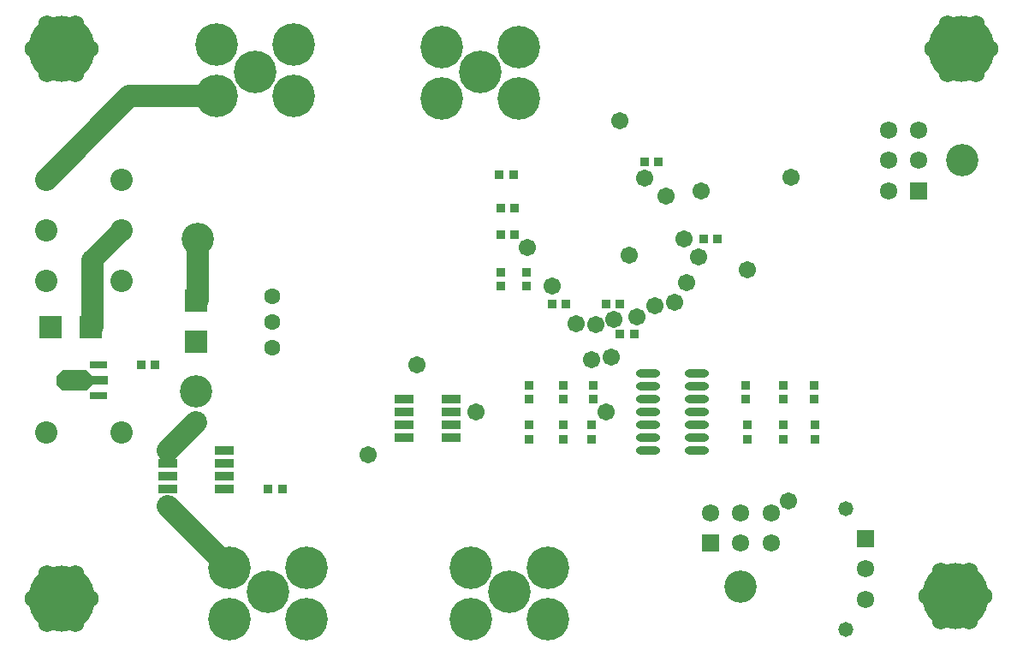
<source format=gbs>
G04 Layer_Color=16711935*
%FSLAX44Y44*%
%MOMM*%
G71*
G01*
G75*
%ADD21C,2.0000*%
%ADD64R,0.9652X0.9652*%
%ADD72C,2.2032*%
%ADD73C,1.4732*%
%ADD74R,1.7232X1.7232*%
%ADD75C,1.7232*%
%ADD76C,3.2032*%
%ADD77R,1.7232X1.7232*%
%ADD78C,2.2032*%
%ADD79C,4.2032*%
%ADD80C,1.7272*%
%ADD81C,6.5532*%
%ADD82C,3.2032*%
%ADD83C,1.6032*%
%ADD84C,1.7032*%
%ADD85R,1.9532X0.8532*%
%ADD86R,1.9832X0.9232*%
%ADD87R,0.9652X0.9652*%
%ADD88O,2.4032X0.8032*%
%ADD89R,2.2032X2.2032*%
%ADD90R,1.8032X0.8032*%
%ADD91R,1.7032X0.9032*%
%ADD92R,2.2032X2.2032*%
G36*
X586563Y1045559D02*
X586693Y1045534D01*
X586820Y1045491D01*
X586939Y1045432D01*
X587050Y1045358D01*
X587150Y1045270D01*
X593150Y1039270D01*
X593238Y1039170D01*
X593312Y1039059D01*
X593371Y1038940D01*
X593414Y1038813D01*
X593439Y1038683D01*
X593448Y1038550D01*
Y1031550D01*
X593439Y1031417D01*
X593414Y1031286D01*
X593371Y1031160D01*
X593312Y1031041D01*
X593238Y1030930D01*
X593150Y1030830D01*
X587150Y1024830D01*
X587050Y1024742D01*
X586939Y1024668D01*
X586820Y1024609D01*
X586693Y1024566D01*
X586563Y1024540D01*
X586430Y1024532D01*
X564430D01*
X564297Y1024540D01*
X564166Y1024566D01*
X564040Y1024609D01*
X563921Y1024668D01*
X563810Y1024742D01*
X563710Y1024830D01*
X557710Y1030830D01*
X557622Y1030930D01*
X557548Y1031041D01*
X557489Y1031160D01*
X557447Y1031286D01*
X557421Y1031417D01*
X557412Y1031550D01*
Y1038550D01*
X557421Y1038683D01*
X557447Y1038813D01*
X557489Y1038940D01*
X557548Y1039059D01*
X557622Y1039170D01*
X557710Y1039270D01*
X563710Y1045270D01*
X563810Y1045358D01*
X563921Y1045432D01*
X564040Y1045491D01*
X564166Y1045534D01*
X564297Y1045559D01*
X564430Y1045568D01*
X586430D01*
X586563Y1045559D01*
D02*
G37*
D21*
X593090Y1153700D02*
X622370Y1182980D01*
D64*
X1115060Y1080770D02*
D03*
X1129030D02*
D03*
X1047750Y1109980D02*
D03*
X1061720D02*
D03*
X1115060D02*
D03*
X1101090D02*
D03*
X767080Y927100D02*
D03*
X781050D02*
D03*
X641350Y1050290D02*
D03*
X655320D02*
D03*
X1010920Y1178560D02*
D03*
X996950D02*
D03*
Y1205230D02*
D03*
X1010920D02*
D03*
X995680Y1238250D02*
D03*
X1009650D02*
D03*
X1139190Y1250950D02*
D03*
X1153160D02*
D03*
X1197610Y1174750D02*
D03*
X1211580D02*
D03*
D72*
X697230Y1114740D02*
Y1174750D01*
X630110Y1315720D02*
X716280D01*
X547370Y1232980D02*
X630110Y1315720D01*
X593090Y1088710D02*
Y1153700D01*
X667900Y965200D02*
X695960Y993260D01*
X667900Y910710D02*
X728980Y849630D01*
D73*
X1338030Y788360D02*
D03*
Y908360D02*
D03*
D74*
X1357630Y878360D02*
D03*
X1410820Y1222220D02*
D03*
D75*
X1357630Y848360D02*
D03*
Y818360D02*
D03*
X1410820Y1252220D02*
D03*
Y1282220D02*
D03*
X1380820D02*
D03*
Y1252220D02*
D03*
Y1222220D02*
D03*
X1234440Y873910D02*
D03*
X1264440D02*
D03*
Y903910D02*
D03*
X1234440D02*
D03*
X1204440D02*
D03*
D76*
X1453819Y1252220D02*
D03*
X1234440Y830910D02*
D03*
D77*
X1204440Y873910D02*
D03*
D78*
X622370Y1182980D02*
D03*
X547370Y1232980D02*
D03*
Y1132980D02*
D03*
X622370D02*
D03*
Y982980D02*
D03*
X547370D02*
D03*
Y1182980D02*
D03*
X622370Y1232980D02*
D03*
D79*
X1014730Y1313180D02*
D03*
X938530D02*
D03*
Y1363980D02*
D03*
X1014730D02*
D03*
X976630Y1339850D02*
D03*
X716280Y1366520D02*
D03*
X792480D02*
D03*
Y1315720D02*
D03*
X716280D02*
D03*
X754380Y1339850D02*
D03*
X805180Y798830D02*
D03*
X728980D02*
D03*
Y849630D02*
D03*
X805180D02*
D03*
X767080Y825500D02*
D03*
X1043940Y798830D02*
D03*
X967740D02*
D03*
Y849630D02*
D03*
X1043940D02*
D03*
X1005840Y825500D02*
D03*
D80*
X1432560Y845887D02*
D03*
X1460500D02*
D03*
X1474470Y821690D02*
D03*
X1460500Y797493D02*
D03*
X1432560D02*
D03*
X1418590Y821690D02*
D03*
X1438910Y1386907D02*
D03*
X1466850D02*
D03*
X1480820Y1362710D02*
D03*
X1466850Y1338513D02*
D03*
X1438910D02*
D03*
X1424940Y1362710D02*
D03*
X548640Y1386907D02*
D03*
X576580D02*
D03*
X590550Y1362710D02*
D03*
X576580Y1338513D02*
D03*
X548640D02*
D03*
X534670Y1362710D02*
D03*
X548640Y843347D02*
D03*
X576580D02*
D03*
X590550Y819150D02*
D03*
X576580Y794953D02*
D03*
X548640D02*
D03*
X534670Y819150D02*
D03*
D81*
X1446530Y821690D02*
D03*
X1452880Y1362710D02*
D03*
X562610D02*
D03*
Y819150D02*
D03*
D82*
X697230Y1174750D02*
D03*
X695960Y1023620D02*
D03*
D83*
X770890Y1117600D02*
D03*
Y1092200D02*
D03*
Y1066800D02*
D03*
D84*
X1281430Y915670D02*
D03*
X914400Y1050290D02*
D03*
X1071880Y1090930D02*
D03*
X1090930Y1089660D02*
D03*
X1108710Y1094740D02*
D03*
X1149350Y1108710D02*
D03*
X1131570Y1097280D02*
D03*
X1087120Y1055370D02*
D03*
X1106170Y1057910D02*
D03*
X1169090Y1112210D02*
D03*
X1178560Y1174750D02*
D03*
X1283970Y1235710D02*
D03*
X1192530Y1156970D02*
D03*
X1181100Y1131570D02*
D03*
X1195070Y1221740D02*
D03*
X1139190Y1234440D02*
D03*
X1160780Y1216660D02*
D03*
X1240790Y1144270D02*
D03*
X1123950Y1158240D02*
D03*
X1101090Y1003300D02*
D03*
X1115060Y1291590D02*
D03*
X1023620Y1165860D02*
D03*
X1047910Y1127920D02*
D03*
X972820Y1003300D02*
D03*
X866140Y961390D02*
D03*
D85*
X667900Y965200D02*
D03*
X723900D02*
D03*
Y952500D02*
D03*
Y939800D02*
D03*
Y927100D02*
D03*
X667900D02*
D03*
Y939800D02*
D03*
Y952500D02*
D03*
D86*
X901700Y977900D02*
D03*
Y990600D02*
D03*
Y1003300D02*
D03*
Y1016000D02*
D03*
X948500D02*
D03*
Y1003300D02*
D03*
Y990600D02*
D03*
Y977900D02*
D03*
D87*
X1024890Y1016000D02*
D03*
Y1029970D02*
D03*
X1059180Y1016000D02*
D03*
Y1029970D02*
D03*
X1088390D02*
D03*
Y1016000D02*
D03*
X1022350Y1127760D02*
D03*
Y1141730D02*
D03*
X996950Y1127760D02*
D03*
Y1141730D02*
D03*
X1306830Y1016000D02*
D03*
Y1029970D02*
D03*
X1276350Y1016000D02*
D03*
Y1029970D02*
D03*
X1239520D02*
D03*
Y1016000D02*
D03*
X1308100Y990600D02*
D03*
Y976630D02*
D03*
X1276350Y990600D02*
D03*
Y976630D02*
D03*
X1240790D02*
D03*
Y990600D02*
D03*
X1087120Y976630D02*
D03*
Y990600D02*
D03*
X1059180D02*
D03*
Y976630D02*
D03*
X1024890Y990600D02*
D03*
Y976630D02*
D03*
D88*
X1191130Y1041400D02*
D03*
Y1028700D02*
D03*
Y1016000D02*
D03*
Y1003300D02*
D03*
Y990600D02*
D03*
Y977900D02*
D03*
Y965200D02*
D03*
X1143130Y1041400D02*
D03*
Y1028700D02*
D03*
Y1016000D02*
D03*
Y1003300D02*
D03*
Y990600D02*
D03*
Y977900D02*
D03*
Y965200D02*
D03*
D89*
X695960Y1073470D02*
D03*
Y1113470D02*
D03*
D90*
X599430Y1020050D02*
D03*
Y1050050D02*
D03*
D91*
X599930Y1035050D02*
D03*
D92*
X551500Y1087120D02*
D03*
X591500D02*
D03*
M02*

</source>
